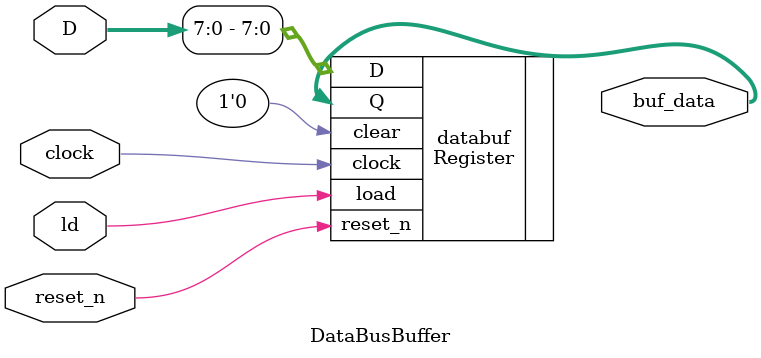
<source format=sv>
`default_nettype none

/*
 * Verilog Model of HuC6270 VDC Data Bus Buffer
 *
 * (C) 2018 Ford Seidel and Amolak Nagi
 */

module DataBusBuffer(input logic clock, reset_n,
                     input logic [15:0] D,
                     input logic ld,
                     output logic [7:0] buf_data);


  // Only store the lower 8 bits of the incoming data bus
  Register #(8) databuf(.D(D[7:0]),
                        .Q(buf_data),
                        .load(ld),
                        .clear(1'b0),
                        .clock(clock),
                        .reset_n(reset_n)
                       );


endmodule: DataBusBuffer

</source>
